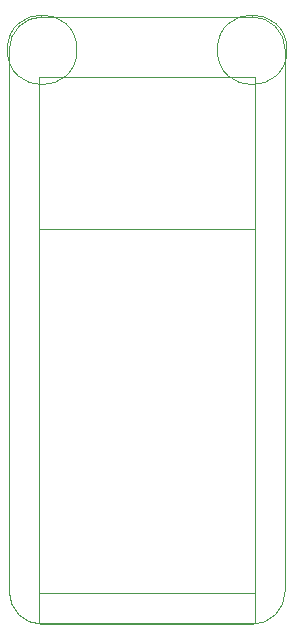
<source format=gbr>
%TF.GenerationSoftware,KiCad,Pcbnew,5.1.5+dfsg1-2~bpo10+1*%
%TF.CreationDate,Date%
%TF.ProjectId,ProMicro_WING,50726f4d-6963-4726-9f5f-57494e472e6b,v1.0*%
%TF.SameCoordinates,Original*%
%TF.FileFunction,Other,User*%
%FSLAX45Y45*%
G04 Gerber Fmt 4.5, Leading zero omitted, Abs format (unit mm)*
G04 Created by KiCad*
%MOMM*%
%LPD*%
G04 APERTURE LIST*
%ADD10C,0.050000*%
G04 APERTURE END LIST*
D10*
X-1930400Y4445000D02*
G75*
G02X-1651000Y4724400I279400J0D01*
G01*
X127000Y4724400D02*
G75*
G02X406400Y4445000I0J-279400D01*
G01*
X406400Y-139700D02*
G75*
G02X127000Y-419100I-279400J0D01*
G01*
X-1651000Y-419100D02*
G75*
G02X-1930400Y-139700I0J279400D01*
G01*
X-1930400Y-139700D02*
X-1930400Y4445000D01*
X127000Y-419100D02*
X-1651000Y-419100D01*
X406400Y4445000D02*
X406400Y-139700D01*
X-1651000Y4724400D02*
X127000Y4724400D01*
X-1930000Y4445000D02*
X-1930000Y-141000D01*
X-1651000Y4724000D02*
X127000Y4724000D01*
X406000Y4445000D02*
X406000Y-141000D01*
X-1651000Y-420000D02*
X127000Y-420000D01*
X-1930000Y4445000D02*
G75*
G02X-1651000Y4724000I279000J0D01*
G01*
X127000Y4724000D02*
G75*
G02X406000Y4445000I0J-279000D01*
G01*
X406000Y-141000D02*
G75*
G02X127000Y-420000I-279000J0D01*
G01*
X-1651000Y-420000D02*
G75*
G02X-1930000Y-141000I0J279000D01*
G01*
X422000Y4445000D02*
G75*
G03X422000Y4445000I-295000J0D01*
G01*
X-1356000Y4445000D02*
G75*
G03X-1356000Y4445000I-295000J0D01*
G01*
X-1651000Y-420000D02*
G75*
G02X-1930000Y-141000I0J279000D01*
G01*
X406000Y-141000D02*
G75*
G02X127000Y-420000I-279000J0D01*
G01*
X127000Y4724000D02*
G75*
G02X406000Y4445000I0J-279000D01*
G01*
X-1930000Y4445000D02*
G75*
G02X-1651000Y4724000I279000J0D01*
G01*
X-1651000Y-420000D02*
X127000Y-420000D01*
X406000Y4445000D02*
X406000Y-141000D01*
X-1651000Y4724000D02*
X127000Y4724000D01*
X-1930000Y4445000D02*
X-1930000Y-141000D01*
X150000Y-150000D02*
X-1680000Y-150000D01*
X150000Y-150000D02*
X150000Y2930000D01*
X-1680000Y2930000D02*
X-1680000Y-150000D01*
X-1680000Y2930000D02*
X150000Y2930000D01*
X-1675000Y4216000D02*
X153000Y4216000D01*
X-1675000Y4216000D02*
X-1675000Y-406000D01*
X153000Y-406000D02*
X153000Y4216000D01*
X153000Y-406000D02*
X-1675000Y-406000D01*
M02*

</source>
